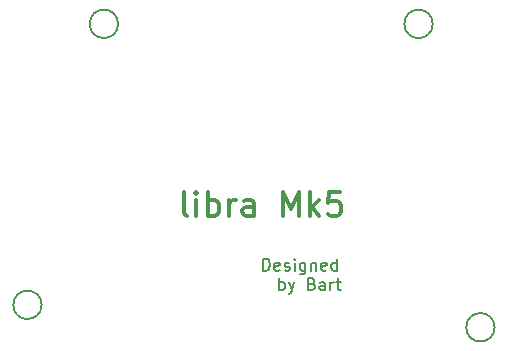
<source format=gbr>
G04 #@! TF.GenerationSoftware,KiCad,Pcbnew,5.1.8-1.fc33*
G04 #@! TF.CreationDate,2020-11-26T23:04:54+01:00*
G04 #@! TF.ProjectId,base24mm,62617365-3234-46d6-9d2e-6b696361645f,v0.5.2*
G04 #@! TF.SameCoordinates,Original*
G04 #@! TF.FileFunction,Legend,Top*
G04 #@! TF.FilePolarity,Positive*
%FSLAX46Y46*%
G04 Gerber Fmt 4.6, Leading zero omitted, Abs format (unit mm)*
G04 Created by KiCad (PCBNEW 5.1.8-1.fc33) date 2020-11-26 23:04:54*
%MOMM*%
%LPD*%
G01*
G04 APERTURE LIST*
%ADD10C,0.200000*%
%ADD11C,0.150000*%
%ADD12C,0.300000*%
G04 APERTURE END LIST*
D10*
X202400000Y-128010000D02*
G75*
G03*
X202400000Y-128010000I-1200000J0D01*
G01*
X235510000Y-104220000D02*
G75*
G03*
X235510000Y-104220000I-1200000J0D01*
G01*
X240750000Y-129910000D02*
G75*
G03*
X240750000Y-129910000I-1200000J0D01*
G01*
X208870000Y-104220000D02*
G75*
G03*
X208870000Y-104220000I-1200000J0D01*
G01*
D11*
X221162952Y-125103380D02*
X221162952Y-124103380D01*
X221401047Y-124103380D01*
X221543904Y-124151000D01*
X221639142Y-124246238D01*
X221686761Y-124341476D01*
X221734380Y-124531952D01*
X221734380Y-124674809D01*
X221686761Y-124865285D01*
X221639142Y-124960523D01*
X221543904Y-125055761D01*
X221401047Y-125103380D01*
X221162952Y-125103380D01*
X222543904Y-125055761D02*
X222448666Y-125103380D01*
X222258190Y-125103380D01*
X222162952Y-125055761D01*
X222115333Y-124960523D01*
X222115333Y-124579571D01*
X222162952Y-124484333D01*
X222258190Y-124436714D01*
X222448666Y-124436714D01*
X222543904Y-124484333D01*
X222591523Y-124579571D01*
X222591523Y-124674809D01*
X222115333Y-124770047D01*
X222972476Y-125055761D02*
X223067714Y-125103380D01*
X223258190Y-125103380D01*
X223353428Y-125055761D01*
X223401047Y-124960523D01*
X223401047Y-124912904D01*
X223353428Y-124817666D01*
X223258190Y-124770047D01*
X223115333Y-124770047D01*
X223020095Y-124722428D01*
X222972476Y-124627190D01*
X222972476Y-124579571D01*
X223020095Y-124484333D01*
X223115333Y-124436714D01*
X223258190Y-124436714D01*
X223353428Y-124484333D01*
X223829619Y-125103380D02*
X223829619Y-124436714D01*
X223829619Y-124103380D02*
X223782000Y-124151000D01*
X223829619Y-124198619D01*
X223877238Y-124151000D01*
X223829619Y-124103380D01*
X223829619Y-124198619D01*
X224734380Y-124436714D02*
X224734380Y-125246238D01*
X224686761Y-125341476D01*
X224639142Y-125389095D01*
X224543904Y-125436714D01*
X224401047Y-125436714D01*
X224305809Y-125389095D01*
X224734380Y-125055761D02*
X224639142Y-125103380D01*
X224448666Y-125103380D01*
X224353428Y-125055761D01*
X224305809Y-125008142D01*
X224258190Y-124912904D01*
X224258190Y-124627190D01*
X224305809Y-124531952D01*
X224353428Y-124484333D01*
X224448666Y-124436714D01*
X224639142Y-124436714D01*
X224734380Y-124484333D01*
X225210571Y-124436714D02*
X225210571Y-125103380D01*
X225210571Y-124531952D02*
X225258190Y-124484333D01*
X225353428Y-124436714D01*
X225496285Y-124436714D01*
X225591523Y-124484333D01*
X225639142Y-124579571D01*
X225639142Y-125103380D01*
X226496285Y-125055761D02*
X226401047Y-125103380D01*
X226210571Y-125103380D01*
X226115333Y-125055761D01*
X226067714Y-124960523D01*
X226067714Y-124579571D01*
X226115333Y-124484333D01*
X226210571Y-124436714D01*
X226401047Y-124436714D01*
X226496285Y-124484333D01*
X226543904Y-124579571D01*
X226543904Y-124674809D01*
X226067714Y-124770047D01*
X227401047Y-125103380D02*
X227401047Y-124103380D01*
X227401047Y-125055761D02*
X227305809Y-125103380D01*
X227115333Y-125103380D01*
X227020095Y-125055761D01*
X226972476Y-125008142D01*
X226924857Y-124912904D01*
X226924857Y-124627190D01*
X226972476Y-124531952D01*
X227020095Y-124484333D01*
X227115333Y-124436714D01*
X227305809Y-124436714D01*
X227401047Y-124484333D01*
X222520095Y-126753380D02*
X222520095Y-125753380D01*
X222520095Y-126134333D02*
X222615333Y-126086714D01*
X222805809Y-126086714D01*
X222901047Y-126134333D01*
X222948666Y-126181952D01*
X222996285Y-126277190D01*
X222996285Y-126562904D01*
X222948666Y-126658142D01*
X222901047Y-126705761D01*
X222805809Y-126753380D01*
X222615333Y-126753380D01*
X222520095Y-126705761D01*
X223329619Y-126086714D02*
X223567714Y-126753380D01*
X223805809Y-126086714D02*
X223567714Y-126753380D01*
X223472476Y-126991476D01*
X223424857Y-127039095D01*
X223329619Y-127086714D01*
X225282000Y-126229571D02*
X225424857Y-126277190D01*
X225472476Y-126324809D01*
X225520095Y-126420047D01*
X225520095Y-126562904D01*
X225472476Y-126658142D01*
X225424857Y-126705761D01*
X225329619Y-126753380D01*
X224948666Y-126753380D01*
X224948666Y-125753380D01*
X225282000Y-125753380D01*
X225377238Y-125801000D01*
X225424857Y-125848619D01*
X225472476Y-125943857D01*
X225472476Y-126039095D01*
X225424857Y-126134333D01*
X225377238Y-126181952D01*
X225282000Y-126229571D01*
X224948666Y-126229571D01*
X226377238Y-126753380D02*
X226377238Y-126229571D01*
X226329619Y-126134333D01*
X226234380Y-126086714D01*
X226043904Y-126086714D01*
X225948666Y-126134333D01*
X226377238Y-126705761D02*
X226282000Y-126753380D01*
X226043904Y-126753380D01*
X225948666Y-126705761D01*
X225901047Y-126610523D01*
X225901047Y-126515285D01*
X225948666Y-126420047D01*
X226043904Y-126372428D01*
X226282000Y-126372428D01*
X226377238Y-126324809D01*
X226853428Y-126753380D02*
X226853428Y-126086714D01*
X226853428Y-126277190D02*
X226901047Y-126181952D01*
X226948666Y-126134333D01*
X227043904Y-126086714D01*
X227139142Y-126086714D01*
X227329619Y-126086714D02*
X227710571Y-126086714D01*
X227472476Y-125753380D02*
X227472476Y-126610523D01*
X227520095Y-126705761D01*
X227615333Y-126753380D01*
X227710571Y-126753380D01*
D12*
X214736666Y-120474761D02*
X214546190Y-120379523D01*
X214450952Y-120189047D01*
X214450952Y-118474761D01*
X215498571Y-120474761D02*
X215498571Y-119141428D01*
X215498571Y-118474761D02*
X215403333Y-118570000D01*
X215498571Y-118665238D01*
X215593809Y-118570000D01*
X215498571Y-118474761D01*
X215498571Y-118665238D01*
X216450952Y-120474761D02*
X216450952Y-118474761D01*
X216450952Y-119236666D02*
X216641428Y-119141428D01*
X217022380Y-119141428D01*
X217212857Y-119236666D01*
X217308095Y-119331904D01*
X217403333Y-119522380D01*
X217403333Y-120093809D01*
X217308095Y-120284285D01*
X217212857Y-120379523D01*
X217022380Y-120474761D01*
X216641428Y-120474761D01*
X216450952Y-120379523D01*
X218260476Y-120474761D02*
X218260476Y-119141428D01*
X218260476Y-119522380D02*
X218355714Y-119331904D01*
X218450952Y-119236666D01*
X218641428Y-119141428D01*
X218831904Y-119141428D01*
X220355714Y-120474761D02*
X220355714Y-119427142D01*
X220260476Y-119236666D01*
X220070000Y-119141428D01*
X219689047Y-119141428D01*
X219498571Y-119236666D01*
X220355714Y-120379523D02*
X220165238Y-120474761D01*
X219689047Y-120474761D01*
X219498571Y-120379523D01*
X219403333Y-120189047D01*
X219403333Y-119998571D01*
X219498571Y-119808095D01*
X219689047Y-119712857D01*
X220165238Y-119712857D01*
X220355714Y-119617619D01*
X222831904Y-120474761D02*
X222831904Y-118474761D01*
X223498571Y-119903333D01*
X224165238Y-118474761D01*
X224165238Y-120474761D01*
X225117619Y-120474761D02*
X225117619Y-118474761D01*
X225308095Y-119712857D02*
X225879523Y-120474761D01*
X225879523Y-119141428D02*
X225117619Y-119903333D01*
X227689047Y-118474761D02*
X226736666Y-118474761D01*
X226641428Y-119427142D01*
X226736666Y-119331904D01*
X226927142Y-119236666D01*
X227403333Y-119236666D01*
X227593809Y-119331904D01*
X227689047Y-119427142D01*
X227784285Y-119617619D01*
X227784285Y-120093809D01*
X227689047Y-120284285D01*
X227593809Y-120379523D01*
X227403333Y-120474761D01*
X226927142Y-120474761D01*
X226736666Y-120379523D01*
X226641428Y-120284285D01*
M02*

</source>
